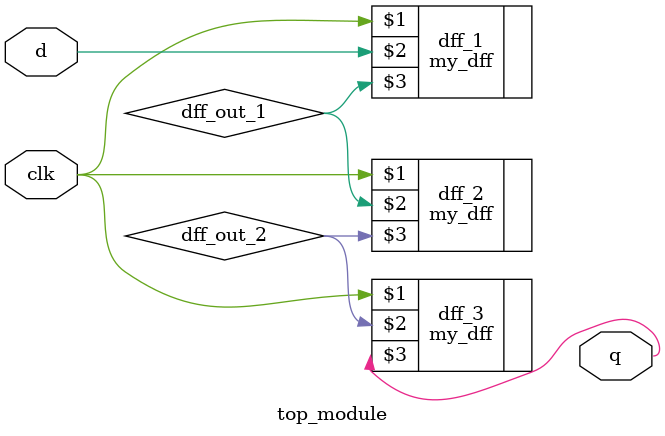
<source format=v>
module top_module(
  input clk,
  input d,
  output q
);
  wire dff_out_1, dff_out_2;
  my_dff dff_1(clk, d, dff_out_1);
  my_dff dff_2(clk, dff_out_1, dff_out_2);
  my_dff dff_3(clk, dff_out_2, q);
endmodule

</source>
